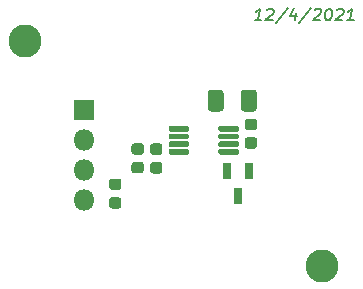
<source format=gbr>
%TF.GenerationSoftware,KiCad,Pcbnew,5.1.6-c6e7f7d~87~ubuntu18.04.1*%
%TF.CreationDate,2021-12-05T00:18:48-08:00*%
%TF.ProjectId,op-amp-low-side-current-sense,6f702d61-6d70-42d6-9c6f-772d73696465,rev?*%
%TF.SameCoordinates,Original*%
%TF.FileFunction,Soldermask,Top*%
%TF.FilePolarity,Negative*%
%FSLAX46Y46*%
G04 Gerber Fmt 4.6, Leading zero omitted, Abs format (unit mm)*
G04 Created by KiCad (PCBNEW 5.1.6-c6e7f7d~87~ubuntu18.04.1) date 2021-12-05 00:18:48*
%MOMM*%
%LPD*%
G01*
G04 APERTURE LIST*
%ADD10C,0.150000*%
%ADD11R,0.740000X1.440000*%
%ADD12C,2.800000*%
%ADD13O,1.800000X1.800000*%
%ADD14R,1.800000X1.800000*%
G04 APERTURE END LIST*
D10*
X167578567Y-85669380D02*
X167007138Y-85669380D01*
X167292852Y-85669380D02*
X167417852Y-84669380D01*
X167304757Y-84812238D01*
X167197614Y-84907476D01*
X167096424Y-84955095D01*
X168072614Y-84764619D02*
X168126186Y-84717000D01*
X168227376Y-84669380D01*
X168465472Y-84669380D01*
X168554757Y-84717000D01*
X168596424Y-84764619D01*
X168632138Y-84859857D01*
X168620233Y-84955095D01*
X168554757Y-85097952D01*
X167911900Y-85669380D01*
X168530948Y-85669380D01*
X169804757Y-84621761D02*
X168786900Y-85907476D01*
X170519043Y-85002714D02*
X170435710Y-85669380D01*
X170328567Y-84621761D02*
X170001186Y-85336047D01*
X170620233Y-85336047D01*
X171804757Y-84621761D02*
X170786900Y-85907476D01*
X172072614Y-84764619D02*
X172126186Y-84717000D01*
X172227376Y-84669380D01*
X172465472Y-84669380D01*
X172554757Y-84717000D01*
X172596424Y-84764619D01*
X172632138Y-84859857D01*
X172620233Y-84955095D01*
X172554757Y-85097952D01*
X171911900Y-85669380D01*
X172530948Y-85669380D01*
X173274995Y-84669380D02*
X173370233Y-84669380D01*
X173459519Y-84717000D01*
X173501186Y-84764619D01*
X173536900Y-84859857D01*
X173560710Y-85050333D01*
X173530948Y-85288428D01*
X173459519Y-85478904D01*
X173399995Y-85574142D01*
X173346424Y-85621761D01*
X173245233Y-85669380D01*
X173149995Y-85669380D01*
X173060710Y-85621761D01*
X173019043Y-85574142D01*
X172983329Y-85478904D01*
X172959519Y-85288428D01*
X172989281Y-85050333D01*
X173060710Y-84859857D01*
X173120233Y-84764619D01*
X173173805Y-84717000D01*
X173274995Y-84669380D01*
X173977376Y-84764619D02*
X174030948Y-84717000D01*
X174132138Y-84669380D01*
X174370233Y-84669380D01*
X174459519Y-84717000D01*
X174501186Y-84764619D01*
X174536900Y-84859857D01*
X174524995Y-84955095D01*
X174459519Y-85097952D01*
X173816662Y-85669380D01*
X174435710Y-85669380D01*
X175388091Y-85669380D02*
X174816662Y-85669380D01*
X175102376Y-85669380D02*
X175227376Y-84669380D01*
X175114281Y-84812238D01*
X175007138Y-84907476D01*
X174905948Y-84955095D01*
%TO.C,R3*%
G36*
G01*
X165825000Y-93111000D02*
X165825000Y-91801000D01*
G75*
G02*
X166095000Y-91531000I270000J0D01*
G01*
X166905000Y-91531000D01*
G75*
G02*
X167175000Y-91801000I0J-270000D01*
G01*
X167175000Y-93111000D01*
G75*
G02*
X166905000Y-93381000I-270000J0D01*
G01*
X166095000Y-93381000D01*
G75*
G02*
X165825000Y-93111000I0J270000D01*
G01*
G37*
G36*
G01*
X163025000Y-93111000D02*
X163025000Y-91801000D01*
G75*
G02*
X163295000Y-91531000I270000J0D01*
G01*
X164105000Y-91531000D01*
G75*
G02*
X164375000Y-91801000I0J-270000D01*
G01*
X164375000Y-93111000D01*
G75*
G02*
X164105000Y-93381000I-270000J0D01*
G01*
X163295000Y-93381000D01*
G75*
G02*
X163025000Y-93111000I0J270000D01*
G01*
G37*
%TD*%
%TO.C,U1*%
G36*
G01*
X161437000Y-96671500D02*
X161437000Y-96921500D01*
G75*
G02*
X161312000Y-97046500I-125000J0D01*
G01*
X159837000Y-97046500D01*
G75*
G02*
X159712000Y-96921500I0J125000D01*
G01*
X159712000Y-96671500D01*
G75*
G02*
X159837000Y-96546500I125000J0D01*
G01*
X161312000Y-96546500D01*
G75*
G02*
X161437000Y-96671500I0J-125000D01*
G01*
G37*
G36*
G01*
X161437000Y-96021500D02*
X161437000Y-96271500D01*
G75*
G02*
X161312000Y-96396500I-125000J0D01*
G01*
X159837000Y-96396500D01*
G75*
G02*
X159712000Y-96271500I0J125000D01*
G01*
X159712000Y-96021500D01*
G75*
G02*
X159837000Y-95896500I125000J0D01*
G01*
X161312000Y-95896500D01*
G75*
G02*
X161437000Y-96021500I0J-125000D01*
G01*
G37*
G36*
G01*
X161437000Y-95371500D02*
X161437000Y-95621500D01*
G75*
G02*
X161312000Y-95746500I-125000J0D01*
G01*
X159837000Y-95746500D01*
G75*
G02*
X159712000Y-95621500I0J125000D01*
G01*
X159712000Y-95371500D01*
G75*
G02*
X159837000Y-95246500I125000J0D01*
G01*
X161312000Y-95246500D01*
G75*
G02*
X161437000Y-95371500I0J-125000D01*
G01*
G37*
G36*
G01*
X161437000Y-94721500D02*
X161437000Y-94971500D01*
G75*
G02*
X161312000Y-95096500I-125000J0D01*
G01*
X159837000Y-95096500D01*
G75*
G02*
X159712000Y-94971500I0J125000D01*
G01*
X159712000Y-94721500D01*
G75*
G02*
X159837000Y-94596500I125000J0D01*
G01*
X161312000Y-94596500D01*
G75*
G02*
X161437000Y-94721500I0J-125000D01*
G01*
G37*
G36*
G01*
X165662000Y-94721500D02*
X165662000Y-94971500D01*
G75*
G02*
X165537000Y-95096500I-125000J0D01*
G01*
X164062000Y-95096500D01*
G75*
G02*
X163937000Y-94971500I0J125000D01*
G01*
X163937000Y-94721500D01*
G75*
G02*
X164062000Y-94596500I125000J0D01*
G01*
X165537000Y-94596500D01*
G75*
G02*
X165662000Y-94721500I0J-125000D01*
G01*
G37*
G36*
G01*
X165662000Y-95371500D02*
X165662000Y-95621500D01*
G75*
G02*
X165537000Y-95746500I-125000J0D01*
G01*
X164062000Y-95746500D01*
G75*
G02*
X163937000Y-95621500I0J125000D01*
G01*
X163937000Y-95371500D01*
G75*
G02*
X164062000Y-95246500I125000J0D01*
G01*
X165537000Y-95246500D01*
G75*
G02*
X165662000Y-95371500I0J-125000D01*
G01*
G37*
G36*
G01*
X165662000Y-96021500D02*
X165662000Y-96271500D01*
G75*
G02*
X165537000Y-96396500I-125000J0D01*
G01*
X164062000Y-96396500D01*
G75*
G02*
X163937000Y-96271500I0J125000D01*
G01*
X163937000Y-96021500D01*
G75*
G02*
X164062000Y-95896500I125000J0D01*
G01*
X165537000Y-95896500D01*
G75*
G02*
X165662000Y-96021500I0J-125000D01*
G01*
G37*
G36*
G01*
X165662000Y-96671500D02*
X165662000Y-96921500D01*
G75*
G02*
X165537000Y-97046500I-125000J0D01*
G01*
X164062000Y-97046500D01*
G75*
G02*
X163937000Y-96921500I0J125000D01*
G01*
X163937000Y-96671500D01*
G75*
G02*
X164062000Y-96546500I125000J0D01*
G01*
X165537000Y-96546500D01*
G75*
G02*
X165662000Y-96671500I0J-125000D01*
G01*
G37*
%TD*%
%TO.C,R2*%
G36*
G01*
X154912750Y-100630000D02*
X155475250Y-100630000D01*
G75*
G02*
X155719000Y-100873750I0J-243750D01*
G01*
X155719000Y-101361250D01*
G75*
G02*
X155475250Y-101605000I-243750J0D01*
G01*
X154912750Y-101605000D01*
G75*
G02*
X154669000Y-101361250I0J243750D01*
G01*
X154669000Y-100873750D01*
G75*
G02*
X154912750Y-100630000I243750J0D01*
G01*
G37*
G36*
G01*
X154912750Y-99055000D02*
X155475250Y-99055000D01*
G75*
G02*
X155719000Y-99298750I0J-243750D01*
G01*
X155719000Y-99786250D01*
G75*
G02*
X155475250Y-100030000I-243750J0D01*
G01*
X154912750Y-100030000D01*
G75*
G02*
X154669000Y-99786250I0J243750D01*
G01*
X154669000Y-99298750D01*
G75*
G02*
X154912750Y-99055000I243750J0D01*
G01*
G37*
%TD*%
%TO.C,R1*%
G36*
G01*
X166968750Y-94950000D02*
X166406250Y-94950000D01*
G75*
G02*
X166162500Y-94706250I0J243750D01*
G01*
X166162500Y-94218750D01*
G75*
G02*
X166406250Y-93975000I243750J0D01*
G01*
X166968750Y-93975000D01*
G75*
G02*
X167212500Y-94218750I0J-243750D01*
G01*
X167212500Y-94706250D01*
G75*
G02*
X166968750Y-94950000I-243750J0D01*
G01*
G37*
G36*
G01*
X166968750Y-96525000D02*
X166406250Y-96525000D01*
G75*
G02*
X166162500Y-96281250I0J243750D01*
G01*
X166162500Y-95793750D01*
G75*
G02*
X166406250Y-95550000I243750J0D01*
G01*
X166968750Y-95550000D01*
G75*
G02*
X167212500Y-95793750I0J-243750D01*
G01*
X167212500Y-96281250D01*
G75*
G02*
X166968750Y-96525000I-243750J0D01*
G01*
G37*
%TD*%
D11*
%TO.C,Q1*%
X166558000Y-98454500D03*
X164658000Y-98454500D03*
X165608000Y-100554500D03*
%TD*%
%TO.C,C4*%
G36*
G01*
X157380250Y-97045500D02*
X156817750Y-97045500D01*
G75*
G02*
X156574000Y-96801750I0J243750D01*
G01*
X156574000Y-96314250D01*
G75*
G02*
X156817750Y-96070500I243750J0D01*
G01*
X157380250Y-96070500D01*
G75*
G02*
X157624000Y-96314250I0J-243750D01*
G01*
X157624000Y-96801750D01*
G75*
G02*
X157380250Y-97045500I-243750J0D01*
G01*
G37*
G36*
G01*
X157380250Y-98620500D02*
X156817750Y-98620500D01*
G75*
G02*
X156574000Y-98376750I0J243750D01*
G01*
X156574000Y-97889250D01*
G75*
G02*
X156817750Y-97645500I243750J0D01*
G01*
X157380250Y-97645500D01*
G75*
G02*
X157624000Y-97889250I0J-243750D01*
G01*
X157624000Y-98376750D01*
G75*
G02*
X157380250Y-98620500I-243750J0D01*
G01*
G37*
%TD*%
%TO.C,C2*%
G36*
G01*
X158955050Y-97058200D02*
X158392550Y-97058200D01*
G75*
G02*
X158148800Y-96814450I0J243750D01*
G01*
X158148800Y-96326950D01*
G75*
G02*
X158392550Y-96083200I243750J0D01*
G01*
X158955050Y-96083200D01*
G75*
G02*
X159198800Y-96326950I0J-243750D01*
G01*
X159198800Y-96814450D01*
G75*
G02*
X158955050Y-97058200I-243750J0D01*
G01*
G37*
G36*
G01*
X158955050Y-98633200D02*
X158392550Y-98633200D01*
G75*
G02*
X158148800Y-98389450I0J243750D01*
G01*
X158148800Y-97901950D01*
G75*
G02*
X158392550Y-97658200I243750J0D01*
G01*
X158955050Y-97658200D01*
G75*
G02*
X159198800Y-97901950I0J-243750D01*
G01*
X159198800Y-98389450D01*
G75*
G02*
X158955050Y-98633200I-243750J0D01*
G01*
G37*
%TD*%
D12*
%TO.C,H2*%
X172720000Y-106426000D03*
%TD*%
%TO.C,H1*%
X147574000Y-87376000D03*
%TD*%
D13*
%TO.C,J2*%
X152527000Y-100838000D03*
X152527000Y-98298000D03*
X152527000Y-95758000D03*
D14*
X152527000Y-93218000D03*
%TD*%
M02*

</source>
